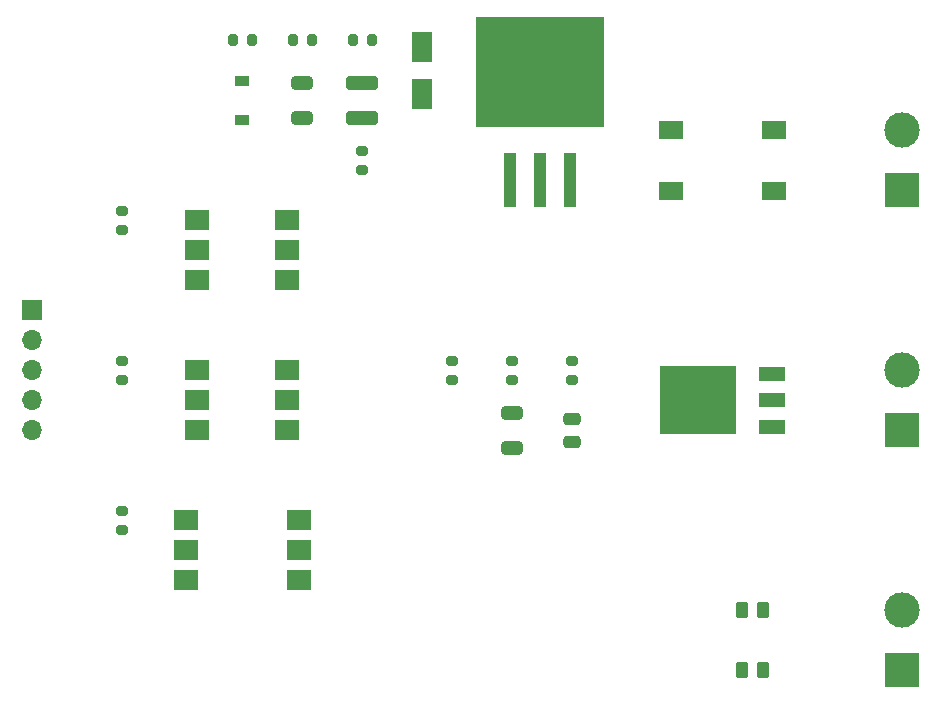
<source format=gbr>
%TF.GenerationSoftware,KiCad,Pcbnew,(6.0.0-0)*%
%TF.CreationDate,2022-01-20T15:49:37+01:00*%
%TF.ProjectId,prototype,70726f74-6f74-4797-9065-2e6b69636164,rev?*%
%TF.SameCoordinates,Original*%
%TF.FileFunction,Soldermask,Top*%
%TF.FilePolarity,Negative*%
%FSLAX46Y46*%
G04 Gerber Fmt 4.6, Leading zero omitted, Abs format (unit mm)*
G04 Created by KiCad (PCBNEW (6.0.0-0)) date 2022-01-20 15:49:37*
%MOMM*%
%LPD*%
G01*
G04 APERTURE LIST*
G04 Aperture macros list*
%AMRoundRect*
0 Rectangle with rounded corners*
0 $1 Rounding radius*
0 $2 $3 $4 $5 $6 $7 $8 $9 X,Y pos of 4 corners*
0 Add a 4 corners polygon primitive as box body*
4,1,4,$2,$3,$4,$5,$6,$7,$8,$9,$2,$3,0*
0 Add four circle primitives for the rounded corners*
1,1,$1+$1,$2,$3*
1,1,$1+$1,$4,$5*
1,1,$1+$1,$6,$7*
1,1,$1+$1,$8,$9*
0 Add four rect primitives between the rounded corners*
20,1,$1+$1,$2,$3,$4,$5,0*
20,1,$1+$1,$4,$5,$6,$7,0*
20,1,$1+$1,$6,$7,$8,$9,0*
20,1,$1+$1,$8,$9,$2,$3,0*%
G04 Aperture macros list end*
%ADD10R,1.800000X2.500000*%
%ADD11R,2.000000X1.780000*%
%ADD12R,1.200000X0.900000*%
%ADD13R,1.700000X1.700000*%
%ADD14O,1.700000X1.700000*%
%ADD15RoundRect,0.200000X-0.275000X0.200000X-0.275000X-0.200000X0.275000X-0.200000X0.275000X0.200000X0*%
%ADD16RoundRect,0.200000X0.200000X0.275000X-0.200000X0.275000X-0.200000X-0.275000X0.200000X-0.275000X0*%
%ADD17RoundRect,0.250000X-0.475000X0.250000X-0.475000X-0.250000X0.475000X-0.250000X0.475000X0.250000X0*%
%ADD18R,3.000000X3.000000*%
%ADD19C,3.000000*%
%ADD20RoundRect,0.250000X-0.650000X0.325000X-0.650000X-0.325000X0.650000X-0.325000X0.650000X0.325000X0*%
%ADD21RoundRect,0.250000X-1.100000X0.325000X-1.100000X-0.325000X1.100000X-0.325000X1.100000X0.325000X0*%
%ADD22R,2.200000X1.200000*%
%ADD23R,6.400000X5.800000*%
%ADD24RoundRect,0.200000X0.275000X-0.200000X0.275000X0.200000X-0.275000X0.200000X-0.275000X-0.200000X0*%
%ADD25R,1.100000X4.600000*%
%ADD26R,10.800000X9.400000*%
%ADD27RoundRect,0.250000X0.262500X0.450000X-0.262500X0.450000X-0.262500X-0.450000X0.262500X-0.450000X0*%
%ADD28R,2.000000X1.500000*%
G04 APERTURE END LIST*
D10*
%TO.C,D6*%
X134620000Y-48800000D03*
X134620000Y-52800000D03*
%TD*%
D11*
%TO.C,U3*%
X115570000Y-76200000D03*
X115570000Y-78740000D03*
X115570000Y-81280000D03*
X123190000Y-81280000D03*
X123190000Y-78740000D03*
X123190000Y-76200000D03*
%TD*%
D12*
%TO.C,D1*%
X119380000Y-51690000D03*
X119380000Y-54990000D03*
%TD*%
D13*
%TO.C,J1*%
X101600000Y-71120000D03*
D14*
X101600000Y-73660000D03*
X101600000Y-76200000D03*
X101600000Y-78740000D03*
X101600000Y-81280000D03*
%TD*%
D15*
%TO.C,R1*%
X109220000Y-62675000D03*
X109220000Y-64325000D03*
%TD*%
D16*
%TO.C,R3*%
X120205000Y-48260000D03*
X118555000Y-48260000D03*
%TD*%
D15*
%TO.C,R12*%
X109220000Y-75375000D03*
X109220000Y-77025000D03*
%TD*%
D11*
%TO.C,U1*%
X115570000Y-63500000D03*
X115570000Y-66040000D03*
X115570000Y-68580000D03*
X123190000Y-68580000D03*
X123190000Y-66040000D03*
X123190000Y-63500000D03*
%TD*%
D17*
%TO.C,C3*%
X147320000Y-80330000D03*
X147320000Y-82230000D03*
%TD*%
D18*
%TO.C,J2*%
X175260000Y-60960000D03*
D19*
X175260000Y-55880000D03*
%TD*%
D20*
%TO.C,C1*%
X124460000Y-51865000D03*
X124460000Y-54815000D03*
%TD*%
D21*
%TO.C,C2*%
X129540000Y-51865000D03*
X129540000Y-54815000D03*
%TD*%
D15*
%TO.C,R9*%
X147320000Y-75375000D03*
X147320000Y-77025000D03*
%TD*%
D16*
%TO.C,R5*%
X130365000Y-48260000D03*
X128715000Y-48260000D03*
%TD*%
D22*
%TO.C,Q2*%
X164220000Y-81020000D03*
D23*
X157920000Y-78740000D03*
D22*
X164220000Y-78740000D03*
X164220000Y-76460000D03*
%TD*%
D18*
%TO.C,J4*%
X175260000Y-81280000D03*
D19*
X175260000Y-76200000D03*
%TD*%
D24*
%TO.C,R2*%
X129540000Y-59245000D03*
X129540000Y-57595000D03*
%TD*%
D18*
%TO.C,J3*%
X175260000Y-101600000D03*
D19*
X175260000Y-96520000D03*
%TD*%
D25*
%TO.C,Q1*%
X142005000Y-60065000D03*
D26*
X144545000Y-50915000D03*
D25*
X144545000Y-60065000D03*
X147085000Y-60065000D03*
%TD*%
D15*
%TO.C,R8*%
X109220000Y-88075000D03*
X109220000Y-89725000D03*
%TD*%
%TO.C,R10*%
X142240000Y-75375000D03*
X142240000Y-77025000D03*
%TD*%
D11*
%TO.C,U2*%
X124145000Y-93980000D03*
X124145000Y-91440000D03*
X124145000Y-88900000D03*
X114615000Y-88900000D03*
X114615000Y-91440000D03*
X114615000Y-93980000D03*
%TD*%
D16*
%TO.C,R4*%
X125285000Y-48260000D03*
X123635000Y-48260000D03*
%TD*%
D27*
%TO.C,R6*%
X163472500Y-101600000D03*
X161647500Y-101600000D03*
%TD*%
D20*
%TO.C,C4*%
X142240000Y-79805000D03*
X142240000Y-82755000D03*
%TD*%
D27*
%TO.C,R7*%
X163472500Y-96520000D03*
X161647500Y-96520000D03*
%TD*%
D24*
%TO.C,R11*%
X137160000Y-77025000D03*
X137160000Y-75375000D03*
%TD*%
D28*
%TO.C,D2*%
X155650000Y-55870000D03*
X155650000Y-60970000D03*
X164390000Y-60970000D03*
X164390000Y-55870000D03*
%TD*%
M02*

</source>
